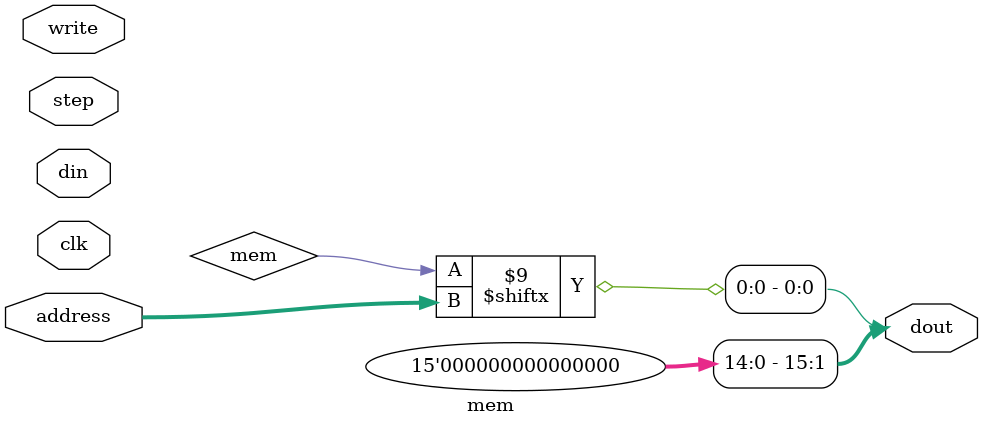
<source format=v>
`timescale 1ns / 1ps
module mem(clk, write, step, address, din, dout);
	input 				write, step, clk;
	input 	[15:0] 	din;
	input 	[5:0] 	address;
	output 	[15:0] 	dout;
	
	reg		[15:0] memory	[0:63];
	wire		doWrite;
	
	assign doWrite = step & write;
	
	always @ (posedge clk)
		if (doWrite)	mem[address] = din;
		
	always @ (*)
		dout = mem[address];





endmodule

</source>
